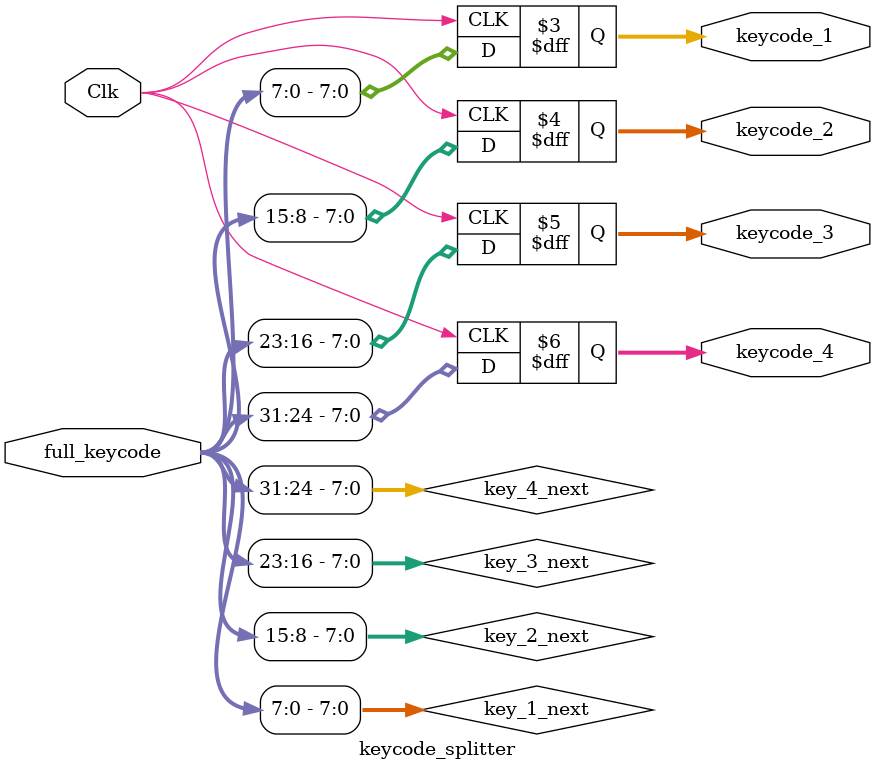
<source format=sv>
`timescale 1ns / 1ps


module keycode_splitter(
    input logic Clk,
    input logic [31:0] full_keycode, 
    
    output logic [7:0] keycode_1, keycode_2, keycode_3, keycode_4
    );
    
    logic [7:0] key_1_next, key_2_next, key_3_next, key_4_next;
    always_comb
    begin
        key_1_next = full_keycode[7:0];
        key_2_next = full_keycode[15:8];
        key_3_next = full_keycode[23:16];
        key_4_next = full_keycode[31:24];
    end
    
    always_ff @ (posedge Clk)
    begin
        keycode_1 <= key_1_next;
        keycode_2 <= key_2_next;
        keycode_3 <= key_3_next;
        keycode_4 <= key_4_next;
    end
endmodule

</source>
